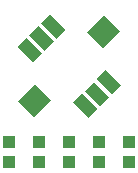
<source format=gbr>
G04 EAGLE Gerber RS-274X export*
G75*
%MOMM*%
%FSLAX34Y34*%
%LPD*%
%INSolderpaste Top*%
%IPPOS*%
%AMOC8*
5,1,8,0,0,1.08239X$1,22.5*%
G01*
%ADD10R,1.850000X1.100000*%
%ADD11R,1.900000X2.000000*%
%ADD12R,1.000000X1.100000*%


D10*
G36*
X103339Y149982D02*
X90259Y163062D01*
X98037Y170840D01*
X111117Y157760D01*
X103339Y149982D01*
G37*
G36*
X150362Y102959D02*
X137282Y116039D01*
X145060Y123817D01*
X158140Y110737D01*
X150362Y102959D01*
G37*
G36*
X83540Y130183D02*
X70460Y143263D01*
X78238Y151041D01*
X91318Y137961D01*
X83540Y130183D01*
G37*
G36*
X93440Y140082D02*
X80360Y153162D01*
X88138Y160940D01*
X101218Y147860D01*
X93440Y140082D01*
G37*
G36*
X130563Y83160D02*
X117483Y96240D01*
X125261Y104018D01*
X138341Y90938D01*
X130563Y83160D01*
G37*
G36*
X140462Y93060D02*
X127382Y106140D01*
X135160Y113918D01*
X148240Y100838D01*
X140462Y93060D01*
G37*
D11*
G36*
X143151Y142416D02*
X129716Y155851D01*
X143857Y169992D01*
X157292Y156557D01*
X143151Y142416D01*
G37*
G36*
X84743Y84008D02*
X71308Y97443D01*
X85449Y111584D01*
X98884Y98149D01*
X84743Y84008D01*
G37*
D12*
X63500Y45475D03*
X63500Y62475D03*
X88900Y45475D03*
X88900Y62475D03*
X114300Y45475D03*
X114300Y62475D03*
X139700Y45475D03*
X139700Y62475D03*
X165100Y45475D03*
X165100Y62475D03*
M02*

</source>
